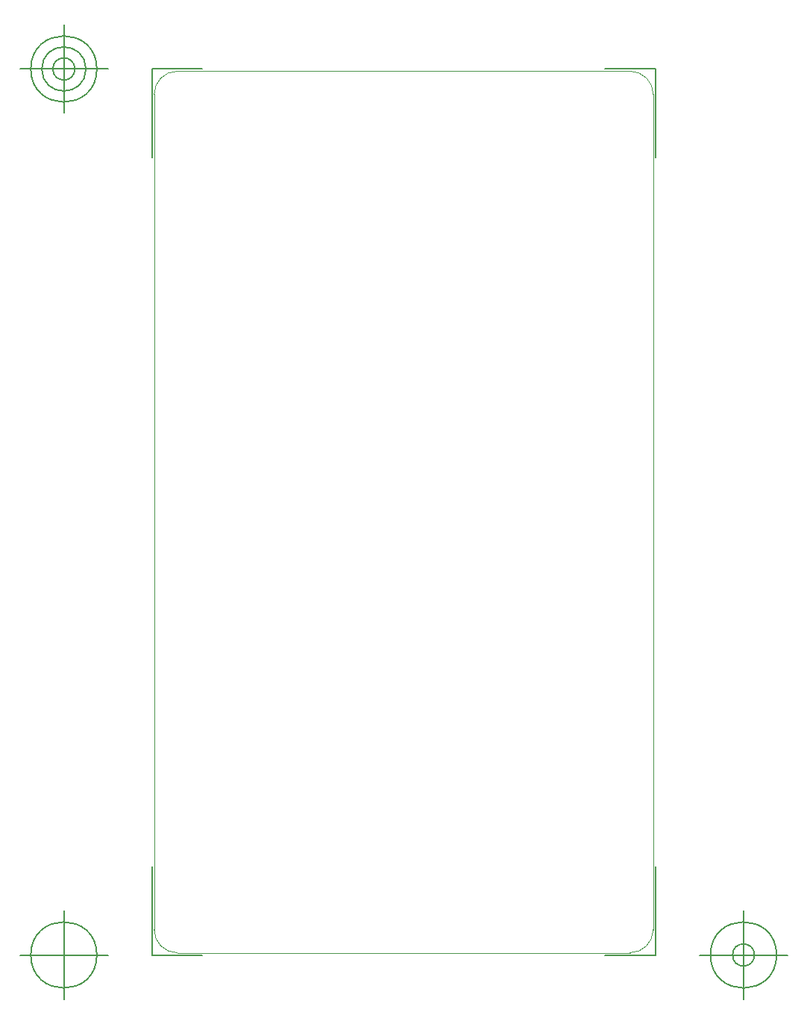
<source format=gbr>
G04 Generated by Ultiboard 14.0 *
%FSLAX34Y34*%
%MOMM*%

%ADD10C,0.00001*%
%ADD11C,0.0010*%
%ADD12C,0.1270*%


G04 ColorRGB 00FFFF for the following layer *
%LNBoard Outline*%
%LPD*%
G54D10*
G54D11*
X-2540Y973849D02*
X-2540Y26151D01*
G75*
D01*
G03X23611Y0I26151J0*
G01*
X537809Y0D01*
G75*
D01*
G03X563960Y26151I0J26151*
G01*
X563960Y973849D01*
G74*
D01*
G03X537809Y1000000I26151J0*
G01*
X23611Y1000000D01*
G75*
D01*
G03X-2540Y973849I0J-26151*
G01*
G54D12*
X-5080Y-2540D02*
X-5080Y97968D01*
X-5080Y-2540D02*
X52078Y-2540D01*
X566500Y-2540D02*
X509342Y-2540D01*
X566500Y-2540D02*
X566500Y97968D01*
X566500Y1002540D02*
X566500Y902032D01*
X566500Y1002540D02*
X509342Y1002540D01*
X-5080Y1002540D02*
X52078Y1002540D01*
X-5080Y1002540D02*
X-5080Y902032D01*
X-55080Y-2540D02*
X-155080Y-2540D01*
X-105080Y-52540D02*
X-105080Y47460D01*
X-142580Y-2540D02*
G75*
D01*
G02X-142580Y-2540I37500J0*
G01*
X616500Y-2540D02*
X716500Y-2540D01*
X666500Y-52540D02*
X666500Y47460D01*
X629000Y-2540D02*
G75*
D01*
G02X629000Y-2540I37500J0*
G01*
X654000Y-2540D02*
G75*
D01*
G02X654000Y-2540I12500J0*
G01*
X-55080Y1002540D02*
X-155080Y1002540D01*
X-105080Y952540D02*
X-105080Y1052540D01*
X-142580Y1002540D02*
G75*
D01*
G02X-142580Y1002540I37500J0*
G01*
X-130080Y1002540D02*
G75*
D01*
G02X-130080Y1002540I25000J0*
G01*
X-117580Y1002540D02*
G75*
D01*
G02X-117580Y1002540I12500J0*
G01*

M02*

</source>
